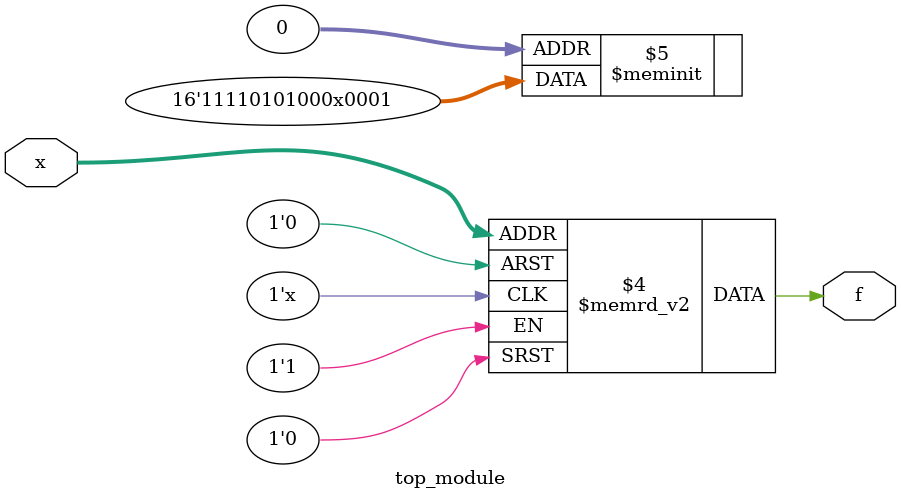
<source format=sv>
module top_module (
    input [4:1] x,
    output logic f
);

always_comb begin
    case (x)
        4'b0000, 4'b1000, 4'b1010, 4'b1100: f = 1'b1;
        4'b0001, 4'b0010, 4'b0011, 4'b0101, 4'b0110, 4'b0111, 4'b1001, 4'b1011: f = 1'b0;
        4'b1101, 4'b1110, 4'b1111: f = 1'b1;
        default: f = 1'bx;
    endcase
end

endmodule

</source>
